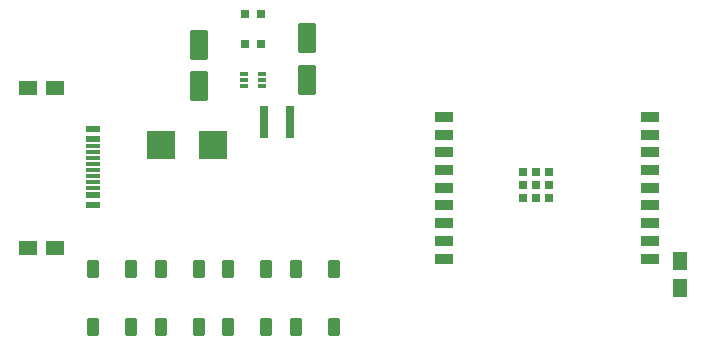
<source format=gbr>
%TF.GenerationSoftware,Altium Limited,Altium Designer,24.0.1 (36)*%
G04 Layer_Color=8421504*
%FSLAX45Y45*%
%MOMM*%
%TF.SameCoordinates,0E29F696-F137-483D-8A73-7D746D5A856F*%
%TF.FilePolarity,Positive*%
%TF.FileFunction,Paste,Top*%
%TF.Part,Single*%
G01*
G75*
%TA.AperFunction,BGAPad,CuDef*%
%ADD10R,0.70000X0.70000*%
%TA.AperFunction,SMDPad,CuDef*%
%ADD11R,1.50000X0.90000*%
%ADD14R,0.80000X2.70000*%
%ADD17R,2.40000X2.40000*%
%TA.AperFunction,ConnectorPad*%
%ADD20R,1.15000X0.30000*%
%ADD21R,1.15000X0.60000*%
%TA.AperFunction,SMDPad,CuDef*%
G04:AMPARAMS|DCode=67|XSize=1.484mm|YSize=1.23mm|CornerRadius=0.07525mm|HoleSize=0mm|Usage=FLASHONLY|Rotation=270.000|XOffset=0mm|YOffset=0mm|HoleType=Round|Shape=RoundedRectangle|*
%AMROUNDEDRECTD67*
21,1,1.48400,1.07950,0,0,270.0*
21,1,1.33350,1.23000,0,0,270.0*
1,1,0.15050,-0.53975,-0.66675*
1,1,0.15050,-0.53975,0.66675*
1,1,0.15050,0.53975,0.66675*
1,1,0.15050,0.53975,-0.66675*
%
%ADD67ROUNDEDRECTD67*%
G04:AMPARAMS|DCode=68|XSize=0.96mm|YSize=1.46mm|CornerRadius=0.055mm|HoleSize=0mm|Usage=FLASHONLY|Rotation=0.000|XOffset=0mm|YOffset=0mm|HoleType=Round|Shape=RoundedRectangle|*
%AMROUNDEDRECTD68*
21,1,0.96000,1.35000,0,0,0.0*
21,1,0.85000,1.46000,0,0,0.0*
1,1,0.11000,0.42500,-0.67500*
1,1,0.11000,-0.42500,-0.67500*
1,1,0.11000,-0.42500,0.67500*
1,1,0.11000,0.42500,0.67500*
%
%ADD68ROUNDEDRECTD68*%
G04:AMPARAMS|DCode=69|XSize=0.62mm|YSize=0.27mm|CornerRadius=0.00325mm|HoleSize=0mm|Usage=FLASHONLY|Rotation=0.000|XOffset=0mm|YOffset=0mm|HoleType=Round|Shape=RoundedRectangle|*
%AMROUNDEDRECTD69*
21,1,0.62000,0.26350,0,0,0.0*
21,1,0.61350,0.27000,0,0,0.0*
1,1,0.00650,0.30675,-0.13175*
1,1,0.00650,-0.30675,-0.13175*
1,1,0.00650,-0.30675,0.13175*
1,1,0.00650,0.30675,0.13175*
%
%ADD69ROUNDEDRECTD69*%
G04:AMPARAMS|DCode=70|XSize=0.722mm|YSize=0.722mm|CornerRadius=0.0181mm|HoleSize=0mm|Usage=FLASHONLY|Rotation=0.000|XOffset=0mm|YOffset=0mm|HoleType=Round|Shape=RoundedRectangle|*
%AMROUNDEDRECTD70*
21,1,0.72200,0.68580,0,0,0.0*
21,1,0.68580,0.72200,0,0,0.0*
1,1,0.03620,0.34290,-0.34290*
1,1,0.03620,-0.34290,-0.34290*
1,1,0.03620,-0.34290,0.34290*
1,1,0.03620,0.34290,0.34290*
%
%ADD70ROUNDEDRECTD70*%
G04:AMPARAMS|DCode=71|XSize=2.46mm|YSize=1.56mm|CornerRadius=0.1mm|HoleSize=0mm|Usage=FLASHONLY|Rotation=90.000|XOffset=0mm|YOffset=0mm|HoleType=Round|Shape=RoundedRectangle|*
%AMROUNDEDRECTD71*
21,1,2.46000,1.36000,0,0,90.0*
21,1,2.26000,1.56000,0,0,90.0*
1,1,0.20000,0.68000,1.13000*
1,1,0.20000,0.68000,-1.13000*
1,1,0.20000,-0.68000,-1.13000*
1,1,0.20000,-0.68000,1.13000*
%
%ADD71ROUNDEDRECTD71*%
G04:AMPARAMS|DCode=72|XSize=1.484mm|YSize=1.23mm|CornerRadius=0.07525mm|HoleSize=0mm|Usage=FLASHONLY|Rotation=0.000|XOffset=0mm|YOffset=0mm|HoleType=Round|Shape=RoundedRectangle|*
%AMROUNDEDRECTD72*
21,1,1.48400,1.07950,0,0,0.0*
21,1,1.33350,1.23000,0,0,0.0*
1,1,0.15050,0.66675,-0.53975*
1,1,0.15050,-0.66675,-0.53975*
1,1,0.15050,-0.66675,0.53975*
1,1,0.15050,0.66675,0.53975*
%
%ADD72ROUNDEDRECTD72*%
D10*
X4586000Y1456000D02*
D03*
X4476000D02*
D03*
X4366000D02*
D03*
Y1236000D02*
D03*
X4476000D02*
D03*
X4586000D02*
D03*
Y1346000D02*
D03*
X4366000D02*
D03*
X4476000D02*
D03*
D11*
X3697000Y726000D02*
D03*
Y876000D02*
D03*
Y1026000D02*
D03*
Y1176000D02*
D03*
Y1326000D02*
D03*
Y1476000D02*
D03*
Y1626000D02*
D03*
Y1776000D02*
D03*
Y1926000D02*
D03*
X5447000D02*
D03*
Y1776000D02*
D03*
Y1626000D02*
D03*
Y1476000D02*
D03*
Y1326000D02*
D03*
Y1176000D02*
D03*
Y1026000D02*
D03*
Y876000D02*
D03*
Y726000D02*
D03*
D14*
X2176000Y1879600D02*
D03*
X2396000D02*
D03*
D17*
X1740480Y1684020D02*
D03*
X1300480D02*
D03*
D20*
X725500Y1675000D02*
D03*
Y1625000D02*
D03*
Y1575000D02*
D03*
Y1325000D02*
D03*
Y1375000D02*
D03*
Y1425000D02*
D03*
Y1525000D02*
D03*
Y1475000D02*
D03*
D21*
Y1260000D02*
D03*
Y1740000D02*
D03*
Y1180000D02*
D03*
Y1820000D02*
D03*
D67*
X5697220Y477520D02*
D03*
Y706120D02*
D03*
D68*
X1051500Y637880D02*
D03*
Y147880D02*
D03*
X731500Y637880D02*
D03*
Y147880D02*
D03*
X1874500D02*
D03*
Y637880D02*
D03*
X2194500Y147880D02*
D03*
Y637880D02*
D03*
X1623000D02*
D03*
Y147880D02*
D03*
X1303000Y637880D02*
D03*
Y147880D02*
D03*
X2446000D02*
D03*
Y637880D02*
D03*
X2766000Y147880D02*
D03*
Y637880D02*
D03*
D69*
X2009300Y2285200D02*
D03*
Y2235200D02*
D03*
Y2185200D02*
D03*
X2156300D02*
D03*
Y2235200D02*
D03*
Y2285200D02*
D03*
D70*
X2012950Y2540000D02*
D03*
X2152650D02*
D03*
Y2794000D02*
D03*
X2012950D02*
D03*
D71*
X2540000Y2240800D02*
D03*
Y2590800D02*
D03*
X1625600Y2534400D02*
D03*
Y2184400D02*
D03*
D72*
X403860Y2166620D02*
D03*
X175260D02*
D03*
X406400Y812800D02*
D03*
X177800D02*
D03*
%TF.MD5,a0a0f5723fbc1032a8ea7187a96386c1*%
M02*

</source>
